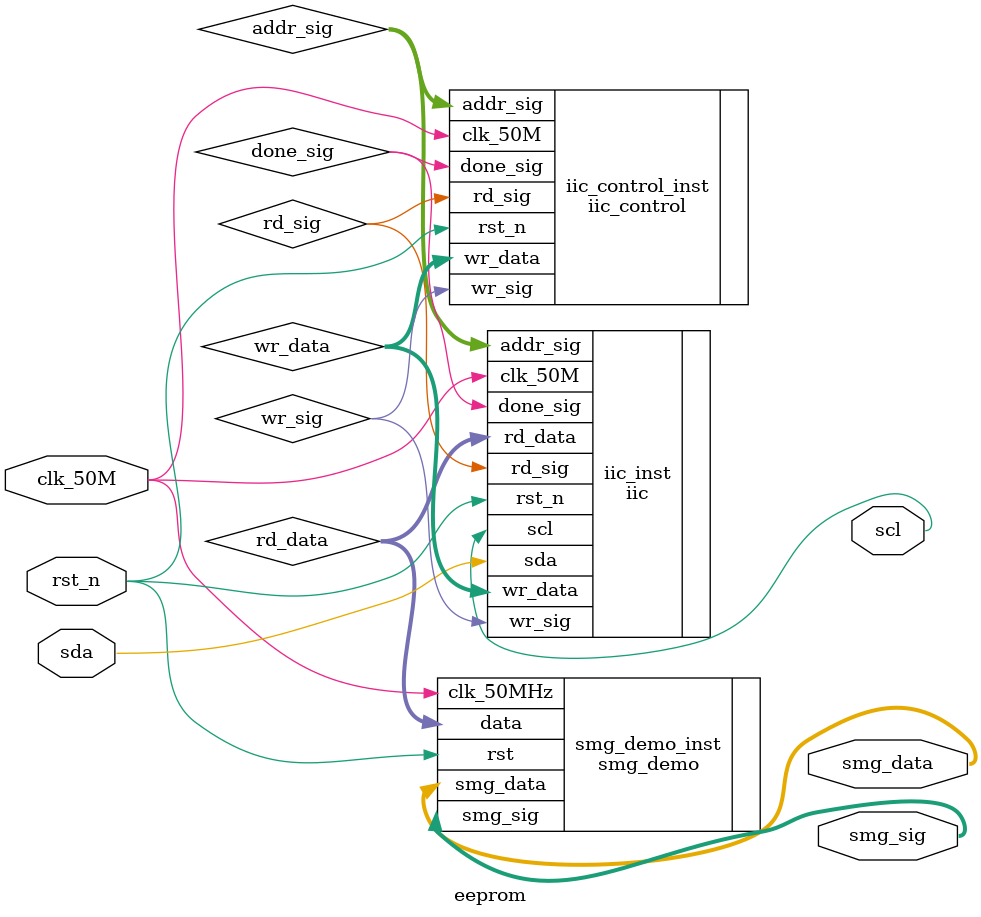
<source format=v>
`timescale 1ns/1ps
module eeprom
	(
		input wire	clk_50M,
		input wire	rst_n,
		output wire	scl,
		inout wire	sda,
		output wire[5:0] smg_sig,
		output wire[7:0] smg_data
	);
	
wire wr_sig;
wire rd_sig;
wire[7:0] addr_sig;
wire[7:0] wr_data;
wire[7:0] rd_data;
wire done_sig;

//iic_control
iic_control iic_control_inst
	(
		.clk_50M(clk_50M),
		.rst_n(rst_n),
		.wr_sig(wr_sig),
		.rd_sig(rd_sig),
		.addr_sig(addr_sig),
		.wr_data(wr_data),
		.done_sig(done_sig)
	);

//iic
iic iic_inst
	(
		.clk_50M(clk_50M),
		.rst_n(rst_n),
		.wr_sig(wr_sig),		//写命令，1有效
		.rd_sig(rd_sig),		//读命令，1有效
		.addr_sig(addr_sig),	//数据地址
		.wr_data(wr_data),	//写数据
		.rd_data(rd_data),	//读数据
		.done_sig(done_sig),	//读写完成标志，1有效
		.scl(scl),
		.sda(sda)
	);

//smg
smg_demo smg_demo_inst
	(
		.clk_50MHz(clk_50M),
		.rst(rst_n),
		.data(rd_data),
		.smg_sig(smg_sig),
		.smg_data(smg_data)
	);

endmodule
	
</source>
